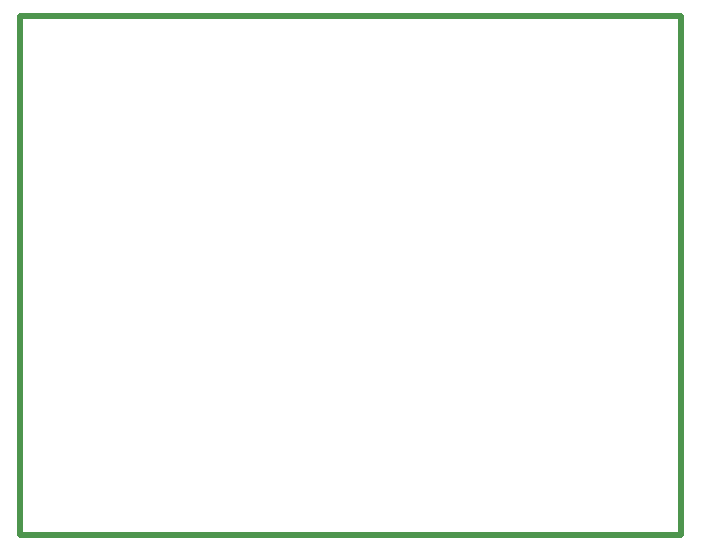
<source format=gko>
%FSTAX23Y23*%
%MOIN*%
%SFA1B1*%

%IPPOS*%
%ADD35C,0.020000*%
%LNnightlight-1*%
%LPD*%
G54D35*
X0Y0D02*
Y0173D01*
X02205*
Y0D02*
Y0173D01*
X0Y0D02*
X02205D01*
M02*
</source>
